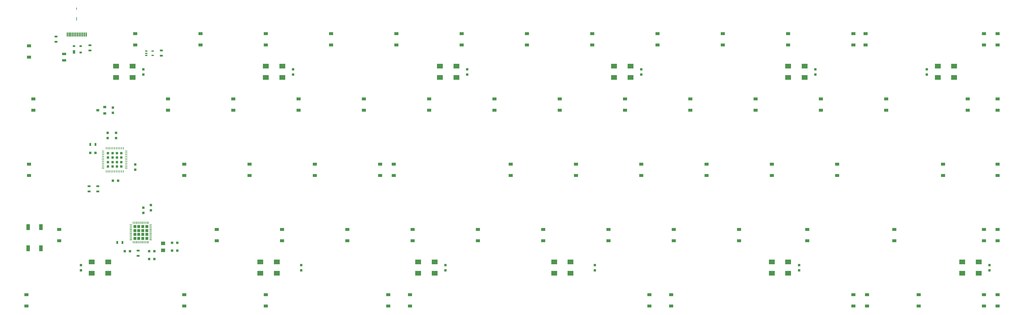
<source format=gbp>
G04 #@! TF.FileFunction,Paste,Bot*
%FSLAX46Y46*%
G04 Gerber Fmt 4.6, Leading zero omitted, Abs format (unit mm)*
G04 Created by KiCad (PCBNEW 4.0.7) date 04/13/18 22:33:28*
%MOMM*%
%LPD*%
G01*
G04 APERTURE LIST*
%ADD10C,0.100000*%
%ADD11R,0.800000X0.750000*%
%ADD12R,0.900000X0.500000*%
%ADD13R,0.700000X0.600000*%
%ADD14R,0.700000X1.000000*%
%ADD15R,1.300000X0.700000*%
%ADD16R,1.200000X0.900000*%
%ADD17R,0.650000X0.400000*%
%ADD18R,0.750000X0.800000*%
%ADD19R,1.800000X1.400000*%
%ADD20R,1.250000X1.000000*%
%ADD21R,0.500000X0.900000*%
%ADD22R,0.250000X0.680000*%
%ADD23R,0.680000X0.250000*%
%ADD24R,0.900000X0.900000*%
%ADD25R,0.700000X0.250000*%
%ADD26R,0.250000X0.700000*%
%ADD27R,0.772500X0.772500*%
%ADD28R,0.900000X0.800000*%
%ADD29R,1.100000X1.800000*%
%ADD30R,0.300000X1.200000*%
%ADD31R,0.200000X1.000000*%
%ADD32R,0.200000X0.700000*%
G04 APERTURE END LIST*
D10*
D11*
X70243000Y-90297000D03*
X71743000Y-90297000D03*
D12*
X70104000Y-60440000D03*
X70104000Y-58940000D03*
X60198000Y-57900000D03*
X60198000Y-56400000D03*
D13*
X67437000Y-59121000D03*
X65437000Y-59121000D03*
X67437000Y-61021000D03*
D14*
X65437000Y-60821000D03*
D15*
X62611000Y-63307000D03*
X62611000Y-61407000D03*
D16*
X259556250Y-115950000D03*
X259556250Y-112650000D03*
X240506250Y-115950000D03*
X240506250Y-112650000D03*
X221456250Y-115950000D03*
X221456250Y-112650000D03*
X202406250Y-115950000D03*
X202406250Y-112650000D03*
X183356250Y-115950000D03*
X183356250Y-112650000D03*
X164306250Y-115950000D03*
X164306250Y-112650000D03*
X145256250Y-115950000D03*
X145256250Y-112650000D03*
X126206250Y-115950000D03*
X126206250Y-112650000D03*
X107156250Y-115950000D03*
X107156250Y-112650000D03*
X61118750Y-115950000D03*
X61118750Y-112650000D03*
X319087500Y-96900000D03*
X319087500Y-93600000D03*
X288131250Y-96900000D03*
X288131250Y-93600000D03*
X269081250Y-96900000D03*
X269081250Y-93600000D03*
X250031250Y-96900000D03*
X250031250Y-93600000D03*
X230981250Y-96900000D03*
X230981250Y-93600000D03*
X211931250Y-96900000D03*
X211931250Y-93600000D03*
X192881250Y-96900000D03*
X192881250Y-93600000D03*
X158750000Y-96900000D03*
X158750000Y-93600000D03*
X154781250Y-96900000D03*
X154781250Y-93600000D03*
X135731250Y-96900000D03*
X135731250Y-93600000D03*
X116681250Y-96900000D03*
X116681250Y-93600000D03*
X97631250Y-96900000D03*
X97631250Y-93600000D03*
X52387500Y-96900000D03*
X52387500Y-93600000D03*
X326231250Y-77850000D03*
X326231250Y-74550000D03*
X302418750Y-77850000D03*
X302418750Y-74550000D03*
X283368750Y-77850000D03*
X283368750Y-74550000D03*
X264318750Y-77850000D03*
X264318750Y-74550000D03*
X245268750Y-77850000D03*
X245268750Y-74550000D03*
X226218750Y-77850000D03*
X226218750Y-74550000D03*
X207168750Y-77850000D03*
X207168750Y-74550000D03*
X188118750Y-77850000D03*
X188118750Y-74550000D03*
X169068750Y-77850000D03*
X169068750Y-74550000D03*
X150018750Y-77850000D03*
X150018750Y-74550000D03*
X130968750Y-77850000D03*
X130968750Y-74550000D03*
X111918750Y-77850000D03*
X111918750Y-74550000D03*
X92868750Y-77850000D03*
X92868750Y-74550000D03*
X53578125Y-77850000D03*
X53578125Y-74550000D03*
X330993750Y-58800000D03*
X330993750Y-55500000D03*
X296465625Y-58800000D03*
X296465625Y-55500000D03*
X292893750Y-58800000D03*
X292893750Y-55500000D03*
X273843750Y-58800000D03*
X273843750Y-55500000D03*
X254793750Y-58800000D03*
X254793750Y-55500000D03*
X235743750Y-58800000D03*
X235743750Y-55500000D03*
X216693750Y-58800000D03*
X216693750Y-55500000D03*
X197643750Y-58800000D03*
X197643750Y-55500000D03*
X178593750Y-58800000D03*
X178593750Y-55500000D03*
X159543750Y-58800000D03*
X159543750Y-55500000D03*
X140493750Y-58800000D03*
X140493750Y-55500000D03*
X121443750Y-58800000D03*
X121443750Y-55500000D03*
X102393750Y-58800000D03*
X102393750Y-55500000D03*
X83343750Y-58800000D03*
X83343750Y-55500000D03*
X52387500Y-62371875D03*
X52387500Y-59071875D03*
X334962500Y-58800000D03*
X334962500Y-55500000D03*
X334962500Y-77850000D03*
X334962500Y-74550000D03*
X334962500Y-96900000D03*
X334962500Y-93600000D03*
X279400000Y-115950000D03*
X279400000Y-112650000D03*
X304800000Y-115950000D03*
X304800000Y-112650000D03*
X330993750Y-115950000D03*
X330993750Y-112650000D03*
X334962500Y-115950000D03*
X334962500Y-112650000D03*
X311943750Y-135000000D03*
X311943750Y-131700000D03*
X330993750Y-135000000D03*
X330993750Y-131700000D03*
X334962500Y-135000000D03*
X334962500Y-131700000D03*
X51593750Y-135000000D03*
X51593750Y-131700000D03*
X97631250Y-135000000D03*
X97631250Y-131700000D03*
X121443750Y-135000000D03*
X121443750Y-131700000D03*
X157162500Y-135000000D03*
X157162500Y-131700000D03*
X163512500Y-135000000D03*
X163512500Y-131700000D03*
X233362500Y-135000000D03*
X233362500Y-131700000D03*
D12*
X72390000Y-101588000D03*
X72390000Y-100088000D03*
X69850000Y-101588000D03*
X69850000Y-100088000D03*
X90932000Y-60464000D03*
X90932000Y-61964000D03*
D17*
X86553000Y-61895750D03*
X86553000Y-60595750D03*
X86553000Y-61245750D03*
X88453000Y-60595750D03*
X88453000Y-61895750D03*
D18*
X85725000Y-67425000D03*
X85725000Y-65925000D03*
X332581250Y-124575000D03*
X332581250Y-123075000D03*
X129381250Y-67425000D03*
X129381250Y-65925000D03*
X277018750Y-124575000D03*
X277018750Y-123075000D03*
X180181250Y-67425000D03*
X180181250Y-65925000D03*
X217487500Y-124575000D03*
X217487500Y-123075000D03*
X230981250Y-67425000D03*
X230981250Y-65925000D03*
X173831250Y-124575000D03*
X173831250Y-123075000D03*
X281781250Y-67425000D03*
X281781250Y-65925000D03*
X131762500Y-124575000D03*
X131762500Y-123075000D03*
X314325000Y-67425000D03*
X314325000Y-65925000D03*
X67468750Y-124575000D03*
X67468750Y-123075000D03*
D19*
X82568750Y-65025000D03*
X82568750Y-68325000D03*
X77768750Y-68325000D03*
X77768750Y-65025000D03*
X329425000Y-122175000D03*
X329425000Y-125475000D03*
X324625000Y-125475000D03*
X324625000Y-122175000D03*
X126225000Y-65025000D03*
X126225000Y-68325000D03*
X121425000Y-68325000D03*
X121425000Y-65025000D03*
X273862500Y-122175000D03*
X273862500Y-125475000D03*
X269062500Y-125475000D03*
X269062500Y-122175000D03*
X177025000Y-65025000D03*
X177025000Y-68325000D03*
X172225000Y-68325000D03*
X172225000Y-65025000D03*
X210362500Y-122175000D03*
X210362500Y-125475000D03*
X205562500Y-125475000D03*
X205562500Y-122175000D03*
X227825000Y-65025000D03*
X227825000Y-68325000D03*
X223025000Y-68325000D03*
X223025000Y-65025000D03*
X170675000Y-122175000D03*
X170675000Y-125475000D03*
X165875000Y-125475000D03*
X165875000Y-122175000D03*
X278625000Y-65025000D03*
X278625000Y-68325000D03*
X273825000Y-68325000D03*
X273825000Y-65025000D03*
X124637500Y-122175000D03*
X124637500Y-125475000D03*
X119837500Y-125475000D03*
X119837500Y-122175000D03*
X322281250Y-65025000D03*
X322281250Y-68325000D03*
X317481250Y-68325000D03*
X317481250Y-65025000D03*
X75425000Y-122175000D03*
X75425000Y-125475000D03*
X70625000Y-125475000D03*
X70625000Y-122175000D03*
D16*
X239712500Y-135000000D03*
X239712500Y-131700000D03*
X296862500Y-135000000D03*
X296862500Y-131700000D03*
X292893750Y-135000000D03*
X292893750Y-131700000D03*
D20*
X91440000Y-118729000D03*
X91440000Y-116729000D03*
D11*
X88888000Y-118999000D03*
X87388000Y-118999000D03*
X95619000Y-116586000D03*
X94119000Y-116586000D03*
D18*
X87884000Y-105561000D03*
X87884000Y-107061000D03*
X85725000Y-106311000D03*
X85725000Y-107811000D03*
D11*
X95619000Y-118872000D03*
X94119000Y-118872000D03*
X88888000Y-121285000D03*
X87388000Y-121285000D03*
X80276000Y-118999000D03*
X81776000Y-118999000D03*
D21*
X78117000Y-116459000D03*
X79617000Y-116459000D03*
D12*
X84201000Y-120384000D03*
X84201000Y-118884000D03*
D22*
X82763000Y-116398000D03*
X83163000Y-116398000D03*
X83563000Y-116398000D03*
X83963000Y-116398000D03*
X84363000Y-116398000D03*
X84763000Y-116398000D03*
X85163000Y-116398000D03*
X85563000Y-116398000D03*
X85963000Y-116398000D03*
X86363000Y-116398000D03*
X86763000Y-116398000D03*
X87163000Y-116398000D03*
D23*
X87823000Y-115738000D03*
X87823000Y-115338000D03*
X87823000Y-114938000D03*
X87823000Y-114538000D03*
X87823000Y-114138000D03*
X87823000Y-113738000D03*
X87823000Y-113338000D03*
X87823000Y-112938000D03*
X87823000Y-112538000D03*
X87823000Y-112138000D03*
X87823000Y-111738000D03*
X87823000Y-111338000D03*
D22*
X87163000Y-110678000D03*
X86763000Y-110678000D03*
X86363000Y-110678000D03*
X85963000Y-110678000D03*
X85563000Y-110678000D03*
X85163000Y-110678000D03*
X84763000Y-110678000D03*
X84363000Y-110678000D03*
X83963000Y-110678000D03*
X83563000Y-110678000D03*
X83163000Y-110678000D03*
X82763000Y-110678000D03*
D23*
X82103000Y-111338000D03*
X82103000Y-111738000D03*
X82103000Y-112138000D03*
X82103000Y-112538000D03*
X82103000Y-112938000D03*
X82103000Y-113338000D03*
X82103000Y-113738000D03*
X82103000Y-114138000D03*
X82103000Y-114538000D03*
X82103000Y-114938000D03*
X82103000Y-115338000D03*
X82103000Y-115738000D03*
D24*
X86688000Y-111813000D03*
X86688000Y-112963000D03*
X86688000Y-114113000D03*
X86688000Y-115263000D03*
X85538000Y-111813000D03*
X85538000Y-112963000D03*
X85538000Y-114113000D03*
X85538000Y-115263000D03*
X84388000Y-111813000D03*
X84388000Y-112963000D03*
X84388000Y-114113000D03*
X84388000Y-115263000D03*
X83238000Y-111813000D03*
X83238000Y-112963000D03*
X83238000Y-114113000D03*
X83238000Y-115263000D03*
D18*
X76835000Y-77101000D03*
X76835000Y-78601000D03*
X77724000Y-84467000D03*
X77724000Y-85967000D03*
X83312000Y-93738000D03*
X83312000Y-95238000D03*
D11*
X78347000Y-98425000D03*
X76847000Y-98425000D03*
D18*
X75311000Y-84467000D03*
X75311000Y-85967000D03*
D21*
X70243000Y-87884000D03*
X71743000Y-87884000D03*
D25*
X80734250Y-89837750D03*
X80734250Y-90337750D03*
X80734250Y-90837750D03*
X80734250Y-91337750D03*
X80734250Y-91837750D03*
X80734250Y-92337750D03*
X80734250Y-92837750D03*
X80734250Y-93337750D03*
X80734250Y-93837750D03*
X80734250Y-94337750D03*
X80734250Y-94837750D03*
D26*
X79834250Y-95737750D03*
X79334250Y-95737750D03*
X78834250Y-95737750D03*
X78334250Y-95737750D03*
X77834250Y-95737750D03*
X77334250Y-95737750D03*
X76834250Y-95737750D03*
X76334250Y-95737750D03*
X75834250Y-95737750D03*
X75334250Y-95737750D03*
X74834250Y-95737750D03*
D25*
X73934250Y-94837750D03*
X73934250Y-94337750D03*
X73934250Y-93837750D03*
X73934250Y-93337750D03*
X73934250Y-92837750D03*
X73934250Y-92337750D03*
X73934250Y-91837750D03*
X73934250Y-91337750D03*
X73934250Y-90837750D03*
X73934250Y-90337750D03*
X73934250Y-89837750D03*
D26*
X74834250Y-88937750D03*
X75334250Y-88937750D03*
X75834250Y-88937750D03*
X76334250Y-88937750D03*
X76834250Y-88937750D03*
X77334250Y-88937750D03*
X77834250Y-88937750D03*
X78334250Y-88937750D03*
X78834250Y-88937750D03*
X79334250Y-88937750D03*
X79834250Y-88937750D03*
D27*
X75403000Y-94269000D03*
X75403000Y-92981500D03*
X75403000Y-91694000D03*
X75403000Y-90406500D03*
X76690500Y-94269000D03*
X76690500Y-92981500D03*
X76690500Y-91694000D03*
X76690500Y-90406500D03*
X77978000Y-94269000D03*
X77978000Y-92981500D03*
X77978000Y-91694000D03*
X77978000Y-90406500D03*
X79265500Y-94269000D03*
X79265500Y-92981500D03*
X79265500Y-91694000D03*
X79265500Y-90406500D03*
D28*
X74406000Y-76901000D03*
X74406000Y-78801000D03*
X72406000Y-77851000D03*
D29*
X55825000Y-118193750D03*
X52125000Y-111993750D03*
X52125000Y-118193750D03*
X55825000Y-111993750D03*
D30*
X63487600Y-55780000D03*
X63987600Y-55780000D03*
X64487600Y-55780000D03*
X64987600Y-55780000D03*
X65487600Y-55780000D03*
X65987600Y-55780000D03*
X66487600Y-55780000D03*
X66987600Y-55780000D03*
X67487600Y-55780000D03*
X67987600Y-55780000D03*
X68487600Y-55780000D03*
X68987600Y-55780000D03*
D31*
X66237600Y-51200000D03*
D32*
X66237600Y-48250000D03*
M02*

</source>
